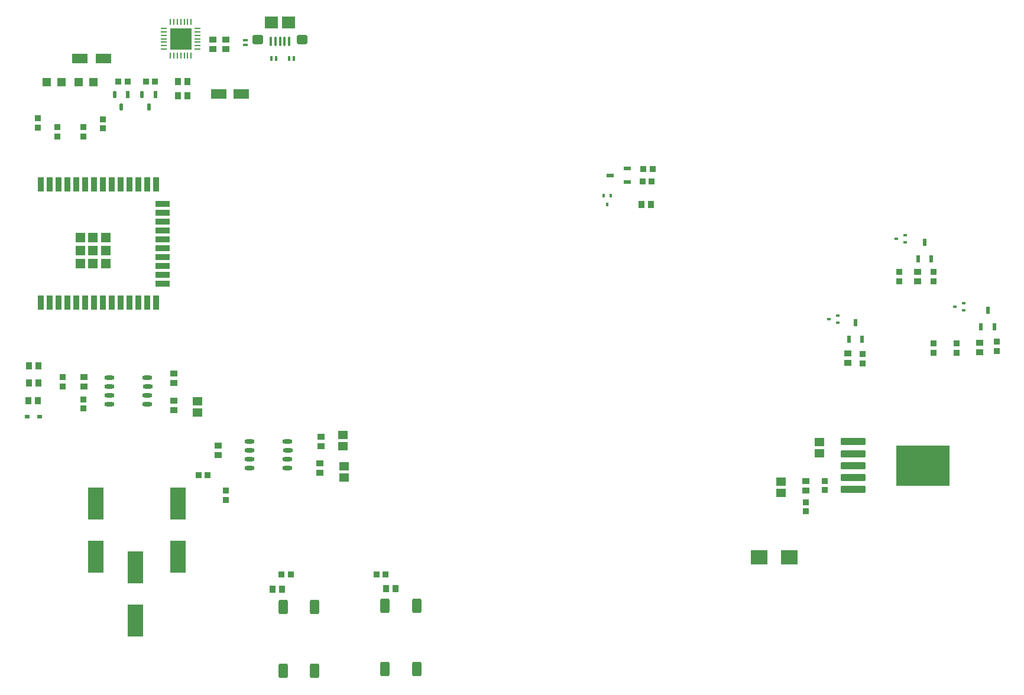
<source format=gtp>
G04*
G04 #@! TF.GenerationSoftware,Altium Limited,Altium Designer,22.11.1 (43)*
G04*
G04 Layer_Color=8421504*
%FSLAX25Y25*%
%MOIN*%
G70*
G04*
G04 #@! TF.SameCoordinates,C35736E5-671D-4FAC-BA75-7313D2C136AC*
G04*
G04*
G04 #@! TF.FilePolarity,Positive*
G04*
G01*
G75*
%ADD19R,0.02008X0.01575*%
%ADD20R,0.02362X0.03937*%
%ADD21R,0.03740X0.03347*%
%ADD22R,0.03937X0.03543*%
%ADD23R,0.02756X0.01575*%
%ADD24O,0.00787X0.03347*%
%ADD25O,0.03347X0.00787*%
%ADD26R,0.12323X0.12323*%
%ADD27R,0.03543X0.03937*%
%ADD28R,0.07480X0.07087*%
G04:AMPARAMS|DCode=29|XSize=62.99mil|YSize=55.12mil|CornerRadius=13.78mil|HoleSize=0mil|Usage=FLASHONLY|Rotation=180.000|XOffset=0mil|YOffset=0mil|HoleType=Round|Shape=RoundedRectangle|*
%AMROUNDEDRECTD29*
21,1,0.06299,0.02756,0,0,180.0*
21,1,0.03543,0.05512,0,0,180.0*
1,1,0.02756,-0.01772,0.01378*
1,1,0.02756,0.01772,0.01378*
1,1,0.02756,0.01772,-0.01378*
1,1,0.02756,-0.01772,-0.01378*
%
%ADD29ROUNDEDRECTD29*%
%ADD30O,0.01575X0.05315*%
%ADD31R,0.01575X0.02756*%
%ADD32R,0.08661X0.05512*%
%ADD33R,0.09646X0.08465*%
%ADD34R,0.03347X0.03740*%
G04:AMPARAMS|DCode=35|XSize=41.54mil|YSize=20.57mil|CornerRadius=10.29mil|HoleSize=0mil|Usage=FLASHONLY|Rotation=270.000|XOffset=0mil|YOffset=0mil|HoleType=Round|Shape=RoundedRectangle|*
%AMROUNDEDRECTD35*
21,1,0.04154,0.00000,0,0,270.0*
21,1,0.02098,0.02057,0,0,270.0*
1,1,0.02057,0.00000,-0.01049*
1,1,0.02057,0.00000,0.01049*
1,1,0.02057,0.00000,0.01049*
1,1,0.02057,0.00000,-0.01049*
%
%ADD35ROUNDEDRECTD35*%
%ADD36R,0.02057X0.04154*%
%ADD37R,0.04724X0.04724*%
%ADD38R,0.03543X0.07874*%
%ADD39R,0.07874X0.03543*%
%ADD40R,0.05236X0.05236*%
%ADD41R,0.03937X0.02362*%
G04:AMPARAMS|DCode=42|XSize=55.12mil|YSize=82.68mil|CornerRadius=13.78mil|HoleSize=0mil|Usage=FLASHONLY|Rotation=0.000|XOffset=0mil|YOffset=0mil|HoleType=Round|Shape=RoundedRectangle|*
%AMROUNDEDRECTD42*
21,1,0.05512,0.05512,0,0,0.0*
21,1,0.02756,0.08268,0,0,0.0*
1,1,0.02756,0.01378,-0.02756*
1,1,0.02756,-0.01378,-0.02756*
1,1,0.02756,-0.01378,0.02756*
1,1,0.02756,0.01378,0.02756*
%
%ADD42ROUNDEDRECTD42*%
%ADD43R,0.05512X0.05118*%
%ADD44R,0.09055X0.17913*%
%ADD45R,0.03150X0.01968*%
%ADD46O,0.05709X0.02362*%
%ADD47R,0.01575X0.02008*%
G04:AMPARAMS|DCode=48|XSize=39.37mil|YSize=137.8mil|CornerRadius=1.97mil|HoleSize=0mil|Usage=FLASHONLY|Rotation=90.000|XOffset=0mil|YOffset=0mil|HoleType=Round|Shape=RoundedRectangle|*
%AMROUNDEDRECTD48*
21,1,0.03937,0.13386,0,0,90.0*
21,1,0.03543,0.13780,0,0,90.0*
1,1,0.00394,0.06693,0.01772*
1,1,0.00394,0.06693,-0.01772*
1,1,0.00394,-0.06693,-0.01772*
1,1,0.00394,-0.06693,0.01772*
%
%ADD48ROUNDEDRECTD48*%
G04:AMPARAMS|DCode=49|XSize=228.35mil|YSize=303.15mil|CornerRadius=2.28mil|HoleSize=0mil|Usage=FLASHONLY|Rotation=90.000|XOffset=0mil|YOffset=0mil|HoleType=Round|Shape=RoundedRectangle|*
%AMROUNDEDRECTD49*
21,1,0.22835,0.29858,0,0,90.0*
21,1,0.22378,0.30315,0,0,90.0*
1,1,0.00457,0.14929,0.11189*
1,1,0.00457,0.14929,-0.11189*
1,1,0.00457,-0.14929,-0.11189*
1,1,0.00457,-0.14929,0.11189*
%
%ADD49ROUNDEDRECTD49*%
D19*
X545441Y222500D02*
D03*
X550559Y224468D02*
D03*
Y220532D02*
D03*
X512500Y260842D02*
D03*
X517618Y262811D02*
D03*
Y258874D02*
D03*
X479559Y213531D02*
D03*
Y217469D02*
D03*
X474441Y215500D02*
D03*
D20*
X564000Y220500D02*
D03*
X567740Y211051D02*
D03*
X560260D02*
D03*
X528500Y258842D02*
D03*
X532240Y249394D02*
D03*
X524760D02*
D03*
X489500Y213500D02*
D03*
X493240Y204051D02*
D03*
X485760D02*
D03*
D21*
X533500Y241902D02*
D03*
Y236784D02*
D03*
X514000Y241902D02*
D03*
Y236784D02*
D03*
X569000Y197441D02*
D03*
Y202559D02*
D03*
X533500Y201559D02*
D03*
Y196441D02*
D03*
X65000Y328059D02*
D03*
Y322941D02*
D03*
X54000Y164941D02*
D03*
Y170059D02*
D03*
X493500Y190441D02*
D03*
Y195559D02*
D03*
X472000Y118941D02*
D03*
Y124059D02*
D03*
X461500Y106941D02*
D03*
Y112059D02*
D03*
X28500Y328559D02*
D03*
Y323441D02*
D03*
X546500Y201559D02*
D03*
Y196441D02*
D03*
X39500Y323559D02*
D03*
Y318441D02*
D03*
X54000Y323559D02*
D03*
Y318441D02*
D03*
X134500Y113500D02*
D03*
Y118618D02*
D03*
X42500Y177441D02*
D03*
Y182559D02*
D03*
D22*
X524500Y236685D02*
D03*
Y242000D02*
D03*
X559500Y202157D02*
D03*
Y196843D02*
D03*
X127000Y373158D02*
D03*
Y367843D02*
D03*
X134500Y373158D02*
D03*
Y367843D02*
D03*
X485000Y196158D02*
D03*
Y190842D02*
D03*
X461500Y124158D02*
D03*
Y118842D02*
D03*
X187500Y134158D02*
D03*
Y128842D02*
D03*
X105000Y169315D02*
D03*
Y164000D02*
D03*
X130000Y138685D02*
D03*
Y144000D02*
D03*
X54500Y182658D02*
D03*
Y177342D02*
D03*
X188000Y149000D02*
D03*
Y143685D02*
D03*
X105000Y184658D02*
D03*
Y179342D02*
D03*
D23*
X145500Y372878D02*
D03*
Y370122D02*
D03*
D24*
X103094Y364000D02*
D03*
X105063D02*
D03*
X107032D02*
D03*
X109000D02*
D03*
X110968D02*
D03*
X112937D02*
D03*
X114906D02*
D03*
Y383095D02*
D03*
X112937D02*
D03*
X110968D02*
D03*
X109000D02*
D03*
X107032D02*
D03*
X105063D02*
D03*
X103094D02*
D03*
D25*
X118547Y367642D02*
D03*
Y369610D02*
D03*
Y371579D02*
D03*
Y373547D02*
D03*
Y375516D02*
D03*
Y377484D02*
D03*
Y379453D02*
D03*
X99453D02*
D03*
Y377484D02*
D03*
Y375516D02*
D03*
Y373547D02*
D03*
Y371579D02*
D03*
Y369610D02*
D03*
Y367642D02*
D03*
D26*
X109000Y373547D02*
D03*
D27*
X107343Y341500D02*
D03*
X112657D02*
D03*
X107343Y349500D02*
D03*
X112657D02*
D03*
X230157Y63500D02*
D03*
X224843D02*
D03*
X160843Y63000D02*
D03*
X166157D02*
D03*
X368843Y280000D02*
D03*
X374158D02*
D03*
X23500Y189000D02*
D03*
X28815D02*
D03*
X28657Y179500D02*
D03*
X23343D02*
D03*
X28500Y169500D02*
D03*
X23185D02*
D03*
D28*
X160276Y382697D02*
D03*
X169724D02*
D03*
D29*
X152402Y373051D02*
D03*
X177598D02*
D03*
D30*
X165000Y372165D02*
D03*
X167559D02*
D03*
X170118D02*
D03*
X159882D02*
D03*
X162441D02*
D03*
D31*
X170122Y362500D02*
D03*
X172878D02*
D03*
X162878D02*
D03*
X160122D02*
D03*
D32*
X143000Y342500D02*
D03*
X130500D02*
D03*
X65500Y362500D02*
D03*
X52000D02*
D03*
D33*
X451965Y81000D02*
D03*
X435035D02*
D03*
D34*
X79059Y349500D02*
D03*
X73941D02*
D03*
X94559D02*
D03*
X89441D02*
D03*
X165941Y71500D02*
D03*
X171059D02*
D03*
X369941Y300000D02*
D03*
X375059D02*
D03*
X369441Y293000D02*
D03*
X374559D02*
D03*
X219441Y71500D02*
D03*
X224559D02*
D03*
X119000Y127500D02*
D03*
X124118D02*
D03*
D35*
X75500Y335053D02*
D03*
X71760Y341947D02*
D03*
X91000Y335053D02*
D03*
X87260Y341947D02*
D03*
D36*
X79240D02*
D03*
X94740D02*
D03*
D37*
X41634Y349000D02*
D03*
X33366D02*
D03*
X59634D02*
D03*
X51366D02*
D03*
D38*
X30000Y224571D02*
D03*
X35000D02*
D03*
X40000D02*
D03*
X45000D02*
D03*
X50000D02*
D03*
X55000D02*
D03*
X60000D02*
D03*
X65000D02*
D03*
X70000D02*
D03*
X75000D02*
D03*
X80000D02*
D03*
X85000D02*
D03*
X90000D02*
D03*
X95000D02*
D03*
Y291500D02*
D03*
X90000D02*
D03*
X85000D02*
D03*
X80000D02*
D03*
X75000D02*
D03*
X70000D02*
D03*
X65000D02*
D03*
X60000D02*
D03*
X55000D02*
D03*
X50000D02*
D03*
X45000D02*
D03*
X40000D02*
D03*
X35000D02*
D03*
X30000D02*
D03*
D39*
X98937Y235535D02*
D03*
Y240535D02*
D03*
Y245535D02*
D03*
Y250535D02*
D03*
Y255535D02*
D03*
Y260535D02*
D03*
Y265535D02*
D03*
Y270535D02*
D03*
Y275535D02*
D03*
Y280535D02*
D03*
D40*
X52303Y246874D02*
D03*
Y254098D02*
D03*
Y261323D02*
D03*
X59528Y246874D02*
D03*
Y254098D02*
D03*
Y261323D02*
D03*
X66752Y246874D02*
D03*
Y254098D02*
D03*
Y261323D02*
D03*
D41*
X360724Y292760D02*
D03*
Y300240D02*
D03*
X351276Y296500D02*
D03*
D42*
X184358Y17087D02*
D03*
X166642D02*
D03*
Y52913D02*
D03*
X184358D02*
D03*
X242000Y53827D02*
D03*
X224284D02*
D03*
Y18000D02*
D03*
X242000D02*
D03*
D43*
X469000Y146150D02*
D03*
Y139850D02*
D03*
X447500Y117350D02*
D03*
Y123650D02*
D03*
X201000Y132500D02*
D03*
Y126201D02*
D03*
X118500Y169150D02*
D03*
Y162850D02*
D03*
X200500Y143701D02*
D03*
Y150000D02*
D03*
D44*
X83500Y75461D02*
D03*
Y45539D02*
D03*
X107500Y81539D02*
D03*
Y111461D02*
D03*
X61000D02*
D03*
Y81539D02*
D03*
D45*
X22457Y160500D02*
D03*
X29543D02*
D03*
D46*
X169228Y131551D02*
D03*
Y136551D02*
D03*
X169500Y141551D02*
D03*
X169228Y146551D02*
D03*
X147772Y131551D02*
D03*
Y136551D02*
D03*
Y141551D02*
D03*
Y146551D02*
D03*
X68772Y182500D02*
D03*
Y177500D02*
D03*
Y172500D02*
D03*
Y167500D02*
D03*
X90228Y182500D02*
D03*
X90500Y177500D02*
D03*
X90228Y172500D02*
D03*
Y167500D02*
D03*
D47*
X351468Y285118D02*
D03*
X347532D02*
D03*
X349500Y280000D02*
D03*
D48*
X488130Y146236D02*
D03*
Y139543D02*
D03*
Y132850D02*
D03*
Y126157D02*
D03*
Y119465D02*
D03*
D49*
X527500Y132850D02*
D03*
M02*

</source>
